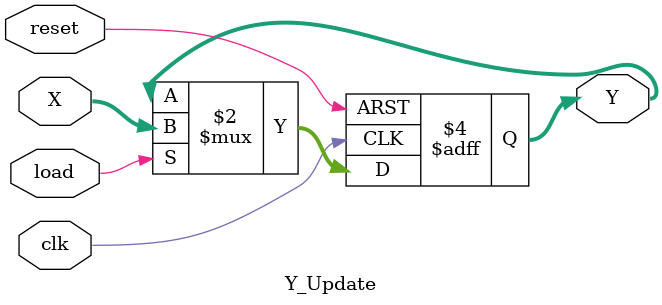
<source format=v>
module Y_Update (
    input wire clk,              
    input wire reset,            
    input wire load, // Load signal to update Y
  input wire [23:0] X, // Current value of X (to copy into Y)
  output reg [23:0] Y // value of Y in the register
);

    always @(posedge clk or posedge reset) begin
        if (reset) begin
            Y <= 24'b0; // Reset Y register to 0 upon reset
        end else if (load) begin
            Y <= X; // Copy the value of X into Y when load=1
        end
    end
  
endmodule

</source>
